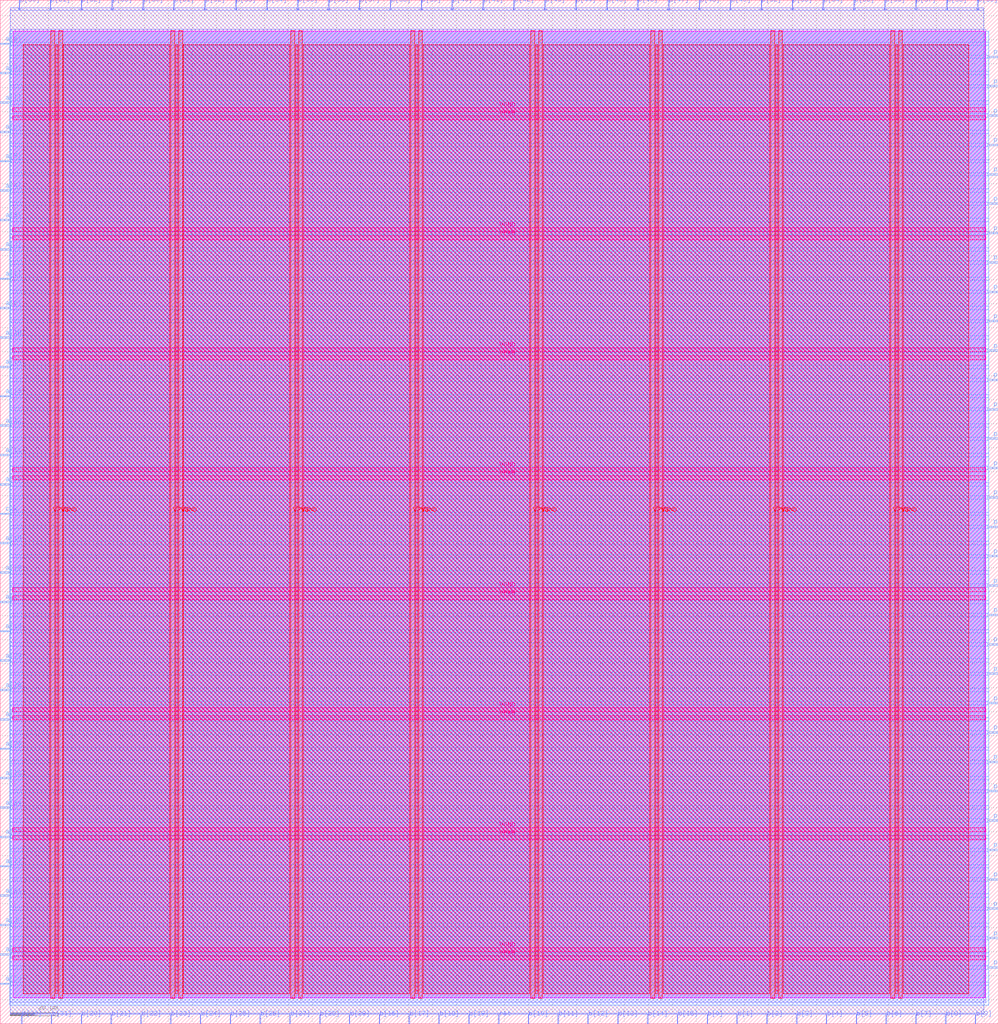
<source format=lef>
VERSION 5.7 ;
  NOWIREEXTENSIONATPIN ON ;
  DIVIDERCHAR "/" ;
  BUSBITCHARS "[]" ;
MACRO pipelined_mult
  CLASS BLOCK ;
  FOREIGN pipelined_mult ;
  ORIGIN 0.000 0.000 ;
  SIZE 415.845 BY 426.565 ;
  PIN VGND
    DIRECTION INOUT ;
    USE GROUND ;
    PORT
      LAYER met4 ;
        RECT 24.340 10.640 25.940 413.680 ;
    END
    PORT
      LAYER met4 ;
        RECT 74.340 10.640 75.940 413.680 ;
    END
    PORT
      LAYER met4 ;
        RECT 124.340 10.640 125.940 413.680 ;
    END
    PORT
      LAYER met4 ;
        RECT 174.340 10.640 175.940 413.680 ;
    END
    PORT
      LAYER met4 ;
        RECT 224.340 10.640 225.940 413.680 ;
    END
    PORT
      LAYER met4 ;
        RECT 274.340 10.640 275.940 413.680 ;
    END
    PORT
      LAYER met4 ;
        RECT 324.340 10.640 325.940 413.680 ;
    END
    PORT
      LAYER met4 ;
        RECT 374.340 10.640 375.940 413.680 ;
    END
    PORT
      LAYER met5 ;
        RECT 5.280 30.030 410.560 31.630 ;
    END
    PORT
      LAYER met5 ;
        RECT 5.280 80.030 410.560 81.630 ;
    END
    PORT
      LAYER met5 ;
        RECT 5.280 130.030 410.560 131.630 ;
    END
    PORT
      LAYER met5 ;
        RECT 5.280 180.030 410.560 181.630 ;
    END
    PORT
      LAYER met5 ;
        RECT 5.280 230.030 410.560 231.630 ;
    END
    PORT
      LAYER met5 ;
        RECT 5.280 280.030 410.560 281.630 ;
    END
    PORT
      LAYER met5 ;
        RECT 5.280 330.030 410.560 331.630 ;
    END
    PORT
      LAYER met5 ;
        RECT 5.280 380.030 410.560 381.630 ;
    END
  END VGND
  PIN VPWR
    DIRECTION INOUT ;
    USE POWER ;
    PORT
      LAYER met4 ;
        RECT 21.040 10.640 22.640 413.680 ;
    END
    PORT
      LAYER met4 ;
        RECT 71.040 10.640 72.640 413.680 ;
    END
    PORT
      LAYER met4 ;
        RECT 121.040 10.640 122.640 413.680 ;
    END
    PORT
      LAYER met4 ;
        RECT 171.040 10.640 172.640 413.680 ;
    END
    PORT
      LAYER met4 ;
        RECT 221.040 10.640 222.640 413.680 ;
    END
    PORT
      LAYER met4 ;
        RECT 271.040 10.640 272.640 413.680 ;
    END
    PORT
      LAYER met4 ;
        RECT 321.040 10.640 322.640 413.680 ;
    END
    PORT
      LAYER met4 ;
        RECT 371.040 10.640 372.640 413.680 ;
    END
    PORT
      LAYER met5 ;
        RECT 5.280 26.730 410.560 28.330 ;
    END
    PORT
      LAYER met5 ;
        RECT 5.280 76.730 410.560 78.330 ;
    END
    PORT
      LAYER met5 ;
        RECT 5.280 126.730 410.560 128.330 ;
    END
    PORT
      LAYER met5 ;
        RECT 5.280 176.730 410.560 178.330 ;
    END
    PORT
      LAYER met5 ;
        RECT 5.280 226.730 410.560 228.330 ;
    END
    PORT
      LAYER met5 ;
        RECT 5.280 276.730 410.560 278.330 ;
    END
    PORT
      LAYER met5 ;
        RECT 5.280 326.730 410.560 328.330 ;
    END
    PORT
      LAYER met5 ;
        RECT 5.280 376.730 410.560 378.330 ;
    END
  END VPWR
  PIN a[0]
    DIRECTION INPUT ;
    USE SIGNAL ;
    ANTENNAGATEAREA 0.196500 ;
    PORT
      LAYER met3 ;
        RECT 0.000 297.880 4.000 298.480 ;
    END
  END a[0]
  PIN a[10]
    DIRECTION INPUT ;
    USE SIGNAL ;
    ANTENNAGATEAREA 0.196500 ;
    PORT
      LAYER met3 ;
        RECT 0.000 224.440 4.000 225.040 ;
    END
  END a[10]
  PIN a[11]
    DIRECTION INPUT ;
    USE SIGNAL ;
    ANTENNAGATEAREA 0.196500 ;
    PORT
      LAYER met3 ;
        RECT 0.000 236.680 4.000 237.280 ;
    END
  END a[11]
  PIN a[12]
    DIRECTION INPUT ;
    USE SIGNAL ;
    ANTENNAGATEAREA 0.196500 ;
    PORT
      LAYER met3 ;
        RECT 0.000 248.920 4.000 249.520 ;
    END
  END a[12]
  PIN a[13]
    DIRECTION INPUT ;
    USE SIGNAL ;
    ANTENNAGATEAREA 0.196500 ;
    PORT
      LAYER met3 ;
        RECT 0.000 261.160 4.000 261.760 ;
    END
  END a[13]
  PIN a[14]
    DIRECTION INPUT ;
    USE SIGNAL ;
    ANTENNAGATEAREA 0.196500 ;
    PORT
      LAYER met3 ;
        RECT 0.000 273.400 4.000 274.000 ;
    END
  END a[14]
  PIN a[15]
    DIRECTION INPUT ;
    USE SIGNAL ;
    ANTENNAGATEAREA 0.196500 ;
    PORT
      LAYER met3 ;
        RECT 0.000 285.640 4.000 286.240 ;
    END
  END a[15]
  PIN a[16]
    DIRECTION INPUT ;
    USE SIGNAL ;
    ANTENNAGATEAREA 0.196500 ;
    PORT
      LAYER met3 ;
        RECT 0.000 163.240 4.000 163.840 ;
    END
  END a[16]
  PIN a[17]
    DIRECTION INPUT ;
    USE SIGNAL ;
    ANTENNAGATEAREA 0.196500 ;
    PORT
      LAYER met3 ;
        RECT 0.000 175.480 4.000 176.080 ;
    END
  END a[17]
  PIN a[18]
    DIRECTION INPUT ;
    USE SIGNAL ;
    ANTENNAGATEAREA 0.196500 ;
    PORT
      LAYER met3 ;
        RECT 0.000 187.720 4.000 188.320 ;
    END
  END a[18]
  PIN a[19]
    DIRECTION INPUT ;
    USE SIGNAL ;
    ANTENNAGATEAREA 0.196500 ;
    PORT
      LAYER met3 ;
        RECT 0.000 199.960 4.000 200.560 ;
    END
  END a[19]
  PIN a[1]
    DIRECTION INPUT ;
    USE SIGNAL ;
    ANTENNAGATEAREA 0.196500 ;
    PORT
      LAYER met3 ;
        RECT 0.000 310.120 4.000 310.720 ;
    END
  END a[1]
  PIN a[20]
    DIRECTION INPUT ;
    USE SIGNAL ;
    ANTENNAGATEAREA 0.196500 ;
    PORT
      LAYER met3 ;
        RECT 0.000 40.840 4.000 41.440 ;
    END
  END a[20]
  PIN a[21]
    DIRECTION INPUT ;
    USE SIGNAL ;
    ANTENNAGATEAREA 0.196500 ;
    PORT
      LAYER met3 ;
        RECT 0.000 53.080 4.000 53.680 ;
    END
  END a[21]
  PIN a[22]
    DIRECTION INPUT ;
    USE SIGNAL ;
    ANTENNAGATEAREA 0.196500 ;
    PORT
      LAYER met3 ;
        RECT 0.000 65.320 4.000 65.920 ;
    END
  END a[22]
  PIN a[23]
    DIRECTION INPUT ;
    USE SIGNAL ;
    ANTENNAGATEAREA 0.196500 ;
    PORT
      LAYER met3 ;
        RECT 0.000 77.560 4.000 78.160 ;
    END
  END a[23]
  PIN a[24]
    DIRECTION INPUT ;
    USE SIGNAL ;
    ANTENNAGATEAREA 0.196500 ;
    PORT
      LAYER met3 ;
        RECT 0.000 89.800 4.000 90.400 ;
    END
  END a[24]
  PIN a[25]
    DIRECTION INPUT ;
    USE SIGNAL ;
    ANTENNAGATEAREA 0.196500 ;
    PORT
      LAYER met3 ;
        RECT 0.000 102.040 4.000 102.640 ;
    END
  END a[25]
  PIN a[26]
    DIRECTION INPUT ;
    USE SIGNAL ;
    ANTENNAGATEAREA 0.196500 ;
    PORT
      LAYER met3 ;
        RECT 0.000 114.280 4.000 114.880 ;
    END
  END a[26]
  PIN a[27]
    DIRECTION INPUT ;
    USE SIGNAL ;
    ANTENNAGATEAREA 0.196500 ;
    PORT
      LAYER met3 ;
        RECT 0.000 126.520 4.000 127.120 ;
    END
  END a[27]
  PIN a[28]
    DIRECTION INPUT ;
    USE SIGNAL ;
    ANTENNAGATEAREA 0.196500 ;
    PORT
      LAYER met3 ;
        RECT 0.000 138.760 4.000 139.360 ;
    END
  END a[28]
  PIN a[29]
    DIRECTION INPUT ;
    USE SIGNAL ;
    ANTENNAGATEAREA 0.196500 ;
    PORT
      LAYER met3 ;
        RECT 0.000 151.000 4.000 151.600 ;
    END
  END a[29]
  PIN a[2]
    DIRECTION INPUT ;
    USE SIGNAL ;
    ANTENNAGATEAREA 0.196500 ;
    PORT
      LAYER met3 ;
        RECT 0.000 322.360 4.000 322.960 ;
    END
  END a[2]
  PIN a[30]
    DIRECTION INPUT ;
    USE SIGNAL ;
    ANTENNAGATEAREA 0.196500 ;
    PORT
      LAYER met3 ;
        RECT 0.000 16.360 4.000 16.960 ;
    END
  END a[30]
  PIN a[31]
    DIRECTION INPUT ;
    USE SIGNAL ;
    ANTENNAGATEAREA 0.196500 ;
    PORT
      LAYER met3 ;
        RECT 0.000 28.600 4.000 29.200 ;
    END
  END a[31]
  PIN a[3]
    DIRECTION INPUT ;
    USE SIGNAL ;
    ANTENNAGATEAREA 0.196500 ;
    PORT
      LAYER met3 ;
        RECT 0.000 334.600 4.000 335.200 ;
    END
  END a[3]
  PIN a[4]
    DIRECTION INPUT ;
    USE SIGNAL ;
    ANTENNAGATEAREA 0.196500 ;
    PORT
      LAYER met3 ;
        RECT 0.000 346.840 4.000 347.440 ;
    END
  END a[4]
  PIN a[5]
    DIRECTION INPUT ;
    USE SIGNAL ;
    ANTENNAGATEAREA 0.213000 ;
    PORT
      LAYER met3 ;
        RECT 0.000 359.080 4.000 359.680 ;
    END
  END a[5]
  PIN a[6]
    DIRECTION INPUT ;
    USE SIGNAL ;
    ANTENNAGATEAREA 0.196500 ;
    PORT
      LAYER met3 ;
        RECT 0.000 371.320 4.000 371.920 ;
    END
  END a[6]
  PIN a[7]
    DIRECTION INPUT ;
    USE SIGNAL ;
    ANTENNAGATEAREA 0.196500 ;
    PORT
      LAYER met3 ;
        RECT 0.000 383.560 4.000 384.160 ;
    END
  END a[7]
  PIN a[8]
    DIRECTION INPUT ;
    USE SIGNAL ;
    ANTENNAGATEAREA 0.196500 ;
    PORT
      LAYER met3 ;
        RECT 0.000 395.800 4.000 396.400 ;
    END
  END a[8]
  PIN a[9]
    DIRECTION INPUT ;
    USE SIGNAL ;
    ANTENNAGATEAREA 0.196500 ;
    PORT
      LAYER met3 ;
        RECT 0.000 408.040 4.000 408.640 ;
    END
  END a[9]
  PIN b[0]
    DIRECTION INPUT ;
    USE SIGNAL ;
    ANTENNAGATEAREA 0.196500 ;
    PORT
      LAYER met2 ;
        RECT 294.490 0.000 294.770 4.000 ;
    END
  END b[0]
  PIN b[10]
    DIRECTION INPUT ;
    USE SIGNAL ;
    ANTENNAGATEAREA 0.196500 ;
    PORT
      LAYER met2 ;
        RECT 219.970 0.000 220.250 4.000 ;
    END
  END b[10]
  PIN b[11]
    DIRECTION INPUT ;
    USE SIGNAL ;
    ANTENNAGATEAREA 0.196500 ;
    PORT
      LAYER met2 ;
        RECT 232.390 0.000 232.670 4.000 ;
    END
  END b[11]
  PIN b[12]
    DIRECTION INPUT ;
    USE SIGNAL ;
    ANTENNAGATEAREA 0.196500 ;
    PORT
      LAYER met2 ;
        RECT 244.810 0.000 245.090 4.000 ;
    END
  END b[12]
  PIN b[13]
    DIRECTION INPUT ;
    USE SIGNAL ;
    ANTENNAGATEAREA 0.196500 ;
    PORT
      LAYER met2 ;
        RECT 257.230 0.000 257.510 4.000 ;
    END
  END b[13]
  PIN b[14]
    DIRECTION INPUT ;
    USE SIGNAL ;
    ANTENNAGATEAREA 0.196500 ;
    PORT
      LAYER met2 ;
        RECT 269.650 0.000 269.930 4.000 ;
    END
  END b[14]
  PIN b[15]
    DIRECTION INPUT ;
    USE SIGNAL ;
    ANTENNAGATEAREA 0.196500 ;
    PORT
      LAYER met2 ;
        RECT 282.070 0.000 282.350 4.000 ;
    END
  END b[15]
  PIN b[16]
    DIRECTION INPUT ;
    USE SIGNAL ;
    ANTENNAGATEAREA 0.196500 ;
    PORT
      LAYER met2 ;
        RECT 157.870 0.000 158.150 4.000 ;
    END
  END b[16]
  PIN b[17]
    DIRECTION INPUT ;
    USE SIGNAL ;
    ANTENNAGATEAREA 0.196500 ;
    PORT
      LAYER met2 ;
        RECT 170.290 0.000 170.570 4.000 ;
    END
  END b[17]
  PIN b[18]
    DIRECTION INPUT ;
    USE SIGNAL ;
    ANTENNAGATEAREA 0.196500 ;
    PORT
      LAYER met2 ;
        RECT 182.710 0.000 182.990 4.000 ;
    END
  END b[18]
  PIN b[19]
    DIRECTION INPUT ;
    USE SIGNAL ;
    ANTENNAGATEAREA 0.196500 ;
    PORT
      LAYER met2 ;
        RECT 195.130 0.000 195.410 4.000 ;
    END
  END b[19]
  PIN b[1]
    DIRECTION INPUT ;
    USE SIGNAL ;
    ANTENNAGATEAREA 0.196500 ;
    PORT
      LAYER met2 ;
        RECT 306.910 0.000 307.190 4.000 ;
    END
  END b[1]
  PIN b[20]
    DIRECTION INPUT ;
    USE SIGNAL ;
    ANTENNAGATEAREA 0.196500 ;
    PORT
      LAYER met2 ;
        RECT 33.670 0.000 33.950 4.000 ;
    END
  END b[20]
  PIN b[21]
    DIRECTION INPUT ;
    USE SIGNAL ;
    ANTENNAGATEAREA 0.196500 ;
    PORT
      LAYER met2 ;
        RECT 46.090 0.000 46.370 4.000 ;
    END
  END b[21]
  PIN b[22]
    DIRECTION INPUT ;
    USE SIGNAL ;
    ANTENNAGATEAREA 0.196500 ;
    PORT
      LAYER met2 ;
        RECT 58.510 0.000 58.790 4.000 ;
    END
  END b[22]
  PIN b[23]
    DIRECTION INPUT ;
    USE SIGNAL ;
    ANTENNAGATEAREA 0.196500 ;
    PORT
      LAYER met2 ;
        RECT 70.930 0.000 71.210 4.000 ;
    END
  END b[23]
  PIN b[24]
    DIRECTION INPUT ;
    USE SIGNAL ;
    ANTENNAGATEAREA 0.196500 ;
    PORT
      LAYER met2 ;
        RECT 83.350 0.000 83.630 4.000 ;
    END
  END b[24]
  PIN b[25]
    DIRECTION INPUT ;
    USE SIGNAL ;
    ANTENNAGATEAREA 0.196500 ;
    PORT
      LAYER met2 ;
        RECT 95.770 0.000 96.050 4.000 ;
    END
  END b[25]
  PIN b[26]
    DIRECTION INPUT ;
    USE SIGNAL ;
    ANTENNAGATEAREA 0.196500 ;
    PORT
      LAYER met2 ;
        RECT 108.190 0.000 108.470 4.000 ;
    END
  END b[26]
  PIN b[27]
    DIRECTION INPUT ;
    USE SIGNAL ;
    ANTENNAGATEAREA 0.196500 ;
    PORT
      LAYER met2 ;
        RECT 120.610 0.000 120.890 4.000 ;
    END
  END b[27]
  PIN b[28]
    DIRECTION INPUT ;
    USE SIGNAL ;
    ANTENNAGATEAREA 0.196500 ;
    PORT
      LAYER met2 ;
        RECT 133.030 0.000 133.310 4.000 ;
    END
  END b[28]
  PIN b[29]
    DIRECTION INPUT ;
    USE SIGNAL ;
    ANTENNAGATEAREA 0.196500 ;
    PORT
      LAYER met2 ;
        RECT 145.450 0.000 145.730 4.000 ;
    END
  END b[29]
  PIN b[2]
    DIRECTION INPUT ;
    USE SIGNAL ;
    ANTENNAGATEAREA 0.196500 ;
    PORT
      LAYER met2 ;
        RECT 319.330 0.000 319.610 4.000 ;
    END
  END b[2]
  PIN b[30]
    DIRECTION INPUT ;
    USE SIGNAL ;
    ANTENNAGATEAREA 0.196500 ;
    PORT
      LAYER met2 ;
        RECT 8.830 0.000 9.110 4.000 ;
    END
  END b[30]
  PIN b[31]
    DIRECTION INPUT ;
    USE SIGNAL ;
    ANTENNAGATEAREA 0.196500 ;
    PORT
      LAYER met2 ;
        RECT 21.250 0.000 21.530 4.000 ;
    END
  END b[31]
  PIN b[3]
    DIRECTION INPUT ;
    USE SIGNAL ;
    ANTENNAGATEAREA 0.196500 ;
    PORT
      LAYER met2 ;
        RECT 331.750 0.000 332.030 4.000 ;
    END
  END b[3]
  PIN b[4]
    DIRECTION INPUT ;
    USE SIGNAL ;
    ANTENNAGATEAREA 0.196500 ;
    PORT
      LAYER met2 ;
        RECT 344.170 0.000 344.450 4.000 ;
    END
  END b[4]
  PIN b[5]
    DIRECTION INPUT ;
    USE SIGNAL ;
    ANTENNAGATEAREA 0.196500 ;
    PORT
      LAYER met2 ;
        RECT 356.590 0.000 356.870 4.000 ;
    END
  END b[5]
  PIN b[6]
    DIRECTION INPUT ;
    USE SIGNAL ;
    ANTENNAGATEAREA 0.196500 ;
    PORT
      LAYER met2 ;
        RECT 369.010 0.000 369.290 4.000 ;
    END
  END b[6]
  PIN b[7]
    DIRECTION INPUT ;
    USE SIGNAL ;
    ANTENNAGATEAREA 0.196500 ;
    PORT
      LAYER met2 ;
        RECT 381.430 0.000 381.710 4.000 ;
    END
  END b[7]
  PIN b[8]
    DIRECTION INPUT ;
    USE SIGNAL ;
    ANTENNAGATEAREA 0.196500 ;
    PORT
      LAYER met2 ;
        RECT 393.850 0.000 394.130 4.000 ;
    END
  END b[8]
  PIN b[9]
    DIRECTION INPUT ;
    USE SIGNAL ;
    ANTENNAGATEAREA 0.196500 ;
    PORT
      LAYER met2 ;
        RECT 406.270 0.000 406.550 4.000 ;
    END
  END b[9]
  PIN clk
    DIRECTION INPUT ;
    USE SIGNAL ;
    ANTENNAGATEAREA 1.286700 ;
    ANTENNADIFFAREA 0.434700 ;
    PORT
      LAYER met3 ;
        RECT 0.000 212.200 4.000 212.800 ;
    END
  END clk
  PIN p[0]
    DIRECTION OUTPUT ;
    USE SIGNAL ;
    ANTENNADIFFAREA 0.445500 ;
    PORT
      LAYER met3 ;
        RECT 411.845 292.440 415.845 293.040 ;
    END
  END p[0]
  PIN p[10]
    DIRECTION OUTPUT ;
    USE SIGNAL ;
    ANTENNADIFFAREA 0.445500 ;
    PORT
      LAYER met3 ;
        RECT 411.845 170.040 415.845 170.640 ;
    END
  END p[10]
  PIN p[11]
    DIRECTION OUTPUT ;
    USE SIGNAL ;
    ANTENNADIFFAREA 0.445500 ;
    PORT
      LAYER met3 ;
        RECT 411.845 182.280 415.845 182.880 ;
    END
  END p[11]
  PIN p[12]
    DIRECTION OUTPUT ;
    USE SIGNAL ;
    ANTENNADIFFAREA 0.445500 ;
    PORT
      LAYER met3 ;
        RECT 411.845 194.520 415.845 195.120 ;
    END
  END p[12]
  PIN p[13]
    DIRECTION OUTPUT ;
    USE SIGNAL ;
    ANTENNADIFFAREA 0.445500 ;
    PORT
      LAYER met3 ;
        RECT 411.845 206.760 415.845 207.360 ;
    END
  END p[13]
  PIN p[14]
    DIRECTION OUTPUT ;
    USE SIGNAL ;
    ANTENNADIFFAREA 0.445500 ;
    PORT
      LAYER met3 ;
        RECT 411.845 219.000 415.845 219.600 ;
    END
  END p[14]
  PIN p[15]
    DIRECTION OUTPUT ;
    USE SIGNAL ;
    ANTENNADIFFAREA 0.445500 ;
    PORT
      LAYER met3 ;
        RECT 411.845 231.240 415.845 231.840 ;
    END
  END p[15]
  PIN p[16]
    DIRECTION OUTPUT ;
    USE SIGNAL ;
    ANTENNADIFFAREA 0.445500 ;
    PORT
      LAYER met3 ;
        RECT 411.845 243.480 415.845 244.080 ;
    END
  END p[16]
  PIN p[17]
    DIRECTION OUTPUT ;
    USE SIGNAL ;
    ANTENNADIFFAREA 0.445500 ;
    PORT
      LAYER met3 ;
        RECT 411.845 255.720 415.845 256.320 ;
    END
  END p[17]
  PIN p[18]
    DIRECTION OUTPUT ;
    USE SIGNAL ;
    ANTENNADIFFAREA 0.445500 ;
    PORT
      LAYER met3 ;
        RECT 411.845 267.960 415.845 268.560 ;
    END
  END p[18]
  PIN p[19]
    DIRECTION OUTPUT ;
    USE SIGNAL ;
    ANTENNADIFFAREA 0.445500 ;
    PORT
      LAYER met3 ;
        RECT 411.845 280.200 415.845 280.800 ;
    END
  END p[19]
  PIN p[1]
    DIRECTION OUTPUT ;
    USE SIGNAL ;
    ANTENNADIFFAREA 0.445500 ;
    PORT
      LAYER met3 ;
        RECT 411.845 304.680 415.845 305.280 ;
    END
  END p[1]
  PIN p[20]
    DIRECTION OUTPUT ;
    USE SIGNAL ;
    ANTENNADIFFAREA 0.445500 ;
    PORT
      LAYER met3 ;
        RECT 411.845 47.640 415.845 48.240 ;
    END
  END p[20]
  PIN p[21]
    DIRECTION OUTPUT ;
    USE SIGNAL ;
    ANTENNADIFFAREA 0.445500 ;
    PORT
      LAYER met3 ;
        RECT 411.845 59.880 415.845 60.480 ;
    END
  END p[21]
  PIN p[22]
    DIRECTION OUTPUT ;
    USE SIGNAL ;
    ANTENNADIFFAREA 0.445500 ;
    PORT
      LAYER met3 ;
        RECT 411.845 72.120 415.845 72.720 ;
    END
  END p[22]
  PIN p[23]
    DIRECTION OUTPUT ;
    USE SIGNAL ;
    ANTENNADIFFAREA 0.445500 ;
    PORT
      LAYER met3 ;
        RECT 411.845 84.360 415.845 84.960 ;
    END
  END p[23]
  PIN p[24]
    DIRECTION OUTPUT ;
    USE SIGNAL ;
    ANTENNADIFFAREA 0.445500 ;
    PORT
      LAYER met3 ;
        RECT 411.845 96.600 415.845 97.200 ;
    END
  END p[24]
  PIN p[25]
    DIRECTION OUTPUT ;
    USE SIGNAL ;
    ANTENNADIFFAREA 0.445500 ;
    PORT
      LAYER met3 ;
        RECT 411.845 108.840 415.845 109.440 ;
    END
  END p[25]
  PIN p[26]
    DIRECTION OUTPUT ;
    USE SIGNAL ;
    ANTENNADIFFAREA 0.445500 ;
    PORT
      LAYER met3 ;
        RECT 411.845 121.080 415.845 121.680 ;
    END
  END p[26]
  PIN p[27]
    DIRECTION OUTPUT ;
    USE SIGNAL ;
    ANTENNADIFFAREA 0.445500 ;
    PORT
      LAYER met3 ;
        RECT 411.845 133.320 415.845 133.920 ;
    END
  END p[27]
  PIN p[28]
    DIRECTION OUTPUT ;
    USE SIGNAL ;
    ANTENNADIFFAREA 0.445500 ;
    PORT
      LAYER met3 ;
        RECT 411.845 145.560 415.845 146.160 ;
    END
  END p[28]
  PIN p[29]
    DIRECTION OUTPUT ;
    USE SIGNAL ;
    ANTENNADIFFAREA 0.445500 ;
    PORT
      LAYER met3 ;
        RECT 411.845 157.800 415.845 158.400 ;
    END
  END p[29]
  PIN p[2]
    DIRECTION OUTPUT ;
    USE SIGNAL ;
    ANTENNADIFFAREA 0.445500 ;
    PORT
      LAYER met3 ;
        RECT 411.845 316.920 415.845 317.520 ;
    END
  END p[2]
  PIN p[30]
    DIRECTION OUTPUT ;
    USE SIGNAL ;
    ANTENNADIFFAREA 0.445500 ;
    PORT
      LAYER met3 ;
        RECT 411.845 23.160 415.845 23.760 ;
    END
  END p[30]
  PIN p[31]
    DIRECTION OUTPUT ;
    USE SIGNAL ;
    ANTENNADIFFAREA 0.445500 ;
    PORT
      LAYER met3 ;
        RECT 411.845 35.400 415.845 36.000 ;
    END
  END p[31]
  PIN p[32]
    DIRECTION OUTPUT ;
    USE SIGNAL ;
    ANTENNADIFFAREA 0.445500 ;
    PORT
      LAYER met2 ;
        RECT 317.030 422.565 317.310 426.565 ;
    END
  END p[32]
  PIN p[33]
    DIRECTION OUTPUT ;
    USE SIGNAL ;
    ANTENNADIFFAREA 0.445500 ;
    PORT
      LAYER met2 ;
        RECT 329.910 422.565 330.190 426.565 ;
    END
  END p[33]
  PIN p[34]
    DIRECTION OUTPUT ;
    USE SIGNAL ;
    ANTENNADIFFAREA 0.445500 ;
    PORT
      LAYER met2 ;
        RECT 342.790 422.565 343.070 426.565 ;
    END
  END p[34]
  PIN p[35]
    DIRECTION OUTPUT ;
    USE SIGNAL ;
    ANTENNADIFFAREA 0.445500 ;
    PORT
      LAYER met2 ;
        RECT 355.670 422.565 355.950 426.565 ;
    END
  END p[35]
  PIN p[36]
    DIRECTION OUTPUT ;
    USE SIGNAL ;
    ANTENNADIFFAREA 0.445500 ;
    PORT
      LAYER met2 ;
        RECT 368.550 422.565 368.830 426.565 ;
    END
  END p[36]
  PIN p[37]
    DIRECTION OUTPUT ;
    USE SIGNAL ;
    ANTENNADIFFAREA 0.445500 ;
    PORT
      LAYER met2 ;
        RECT 381.430 422.565 381.710 426.565 ;
    END
  END p[37]
  PIN p[38]
    DIRECTION OUTPUT ;
    USE SIGNAL ;
    ANTENNADIFFAREA 0.445500 ;
    PORT
      LAYER met2 ;
        RECT 394.310 422.565 394.590 426.565 ;
    END
  END p[38]
  PIN p[39]
    DIRECTION OUTPUT ;
    USE SIGNAL ;
    ANTENNADIFFAREA 0.445500 ;
    PORT
      LAYER met2 ;
        RECT 407.190 422.565 407.470 426.565 ;
    END
  END p[39]
  PIN p[3]
    DIRECTION OUTPUT ;
    USE SIGNAL ;
    ANTENNADIFFAREA 0.445500 ;
    PORT
      LAYER met3 ;
        RECT 411.845 329.160 415.845 329.760 ;
    END
  END p[3]
  PIN p[40]
    DIRECTION OUTPUT ;
    USE SIGNAL ;
    ANTENNADIFFAREA 0.445500 ;
    PORT
      LAYER met2 ;
        RECT 188.230 422.565 188.510 426.565 ;
    END
  END p[40]
  PIN p[41]
    DIRECTION OUTPUT ;
    USE SIGNAL ;
    ANTENNADIFFAREA 0.445500 ;
    PORT
      LAYER met2 ;
        RECT 201.110 422.565 201.390 426.565 ;
    END
  END p[41]
  PIN p[42]
    DIRECTION OUTPUT ;
    USE SIGNAL ;
    ANTENNADIFFAREA 0.445500 ;
    PORT
      LAYER met2 ;
        RECT 213.990 422.565 214.270 426.565 ;
    END
  END p[42]
  PIN p[43]
    DIRECTION OUTPUT ;
    USE SIGNAL ;
    ANTENNADIFFAREA 0.445500 ;
    PORT
      LAYER met2 ;
        RECT 226.870 422.565 227.150 426.565 ;
    END
  END p[43]
  PIN p[44]
    DIRECTION OUTPUT ;
    USE SIGNAL ;
    ANTENNADIFFAREA 0.445500 ;
    PORT
      LAYER met2 ;
        RECT 239.750 422.565 240.030 426.565 ;
    END
  END p[44]
  PIN p[45]
    DIRECTION OUTPUT ;
    USE SIGNAL ;
    ANTENNADIFFAREA 0.445500 ;
    PORT
      LAYER met2 ;
        RECT 252.630 422.565 252.910 426.565 ;
    END
  END p[45]
  PIN p[46]
    DIRECTION OUTPUT ;
    USE SIGNAL ;
    ANTENNADIFFAREA 0.445500 ;
    PORT
      LAYER met2 ;
        RECT 265.510 422.565 265.790 426.565 ;
    END
  END p[46]
  PIN p[47]
    DIRECTION OUTPUT ;
    USE SIGNAL ;
    ANTENNADIFFAREA 0.445500 ;
    PORT
      LAYER met2 ;
        RECT 278.390 422.565 278.670 426.565 ;
    END
  END p[47]
  PIN p[48]
    DIRECTION OUTPUT ;
    USE SIGNAL ;
    ANTENNADIFFAREA 0.445500 ;
    PORT
      LAYER met2 ;
        RECT 291.270 422.565 291.550 426.565 ;
    END
  END p[48]
  PIN p[49]
    DIRECTION OUTPUT ;
    USE SIGNAL ;
    ANTENNADIFFAREA 0.445500 ;
    PORT
      LAYER met2 ;
        RECT 304.150 422.565 304.430 426.565 ;
    END
  END p[49]
  PIN p[4]
    DIRECTION OUTPUT ;
    USE SIGNAL ;
    ANTENNADIFFAREA 0.445500 ;
    PORT
      LAYER met3 ;
        RECT 411.845 341.400 415.845 342.000 ;
    END
  END p[4]
  PIN p[50]
    DIRECTION OUTPUT ;
    USE SIGNAL ;
    ANTENNADIFFAREA 0.445500 ;
    PORT
      LAYER met2 ;
        RECT 59.430 422.565 59.710 426.565 ;
    END
  END p[50]
  PIN p[51]
    DIRECTION OUTPUT ;
    USE SIGNAL ;
    ANTENNADIFFAREA 0.445500 ;
    PORT
      LAYER met2 ;
        RECT 72.310 422.565 72.590 426.565 ;
    END
  END p[51]
  PIN p[52]
    DIRECTION OUTPUT ;
    USE SIGNAL ;
    ANTENNADIFFAREA 0.445500 ;
    PORT
      LAYER met2 ;
        RECT 85.190 422.565 85.470 426.565 ;
    END
  END p[52]
  PIN p[53]
    DIRECTION OUTPUT ;
    USE SIGNAL ;
    ANTENNADIFFAREA 0.445500 ;
    PORT
      LAYER met2 ;
        RECT 98.070 422.565 98.350 426.565 ;
    END
  END p[53]
  PIN p[54]
    DIRECTION OUTPUT ;
    USE SIGNAL ;
    ANTENNADIFFAREA 0.445500 ;
    PORT
      LAYER met2 ;
        RECT 110.950 422.565 111.230 426.565 ;
    END
  END p[54]
  PIN p[55]
    DIRECTION OUTPUT ;
    USE SIGNAL ;
    ANTENNADIFFAREA 0.445500 ;
    PORT
      LAYER met2 ;
        RECT 123.830 422.565 124.110 426.565 ;
    END
  END p[55]
  PIN p[56]
    DIRECTION OUTPUT ;
    USE SIGNAL ;
    ANTENNADIFFAREA 0.445500 ;
    PORT
      LAYER met2 ;
        RECT 136.710 422.565 136.990 426.565 ;
    END
  END p[56]
  PIN p[57]
    DIRECTION OUTPUT ;
    USE SIGNAL ;
    ANTENNADIFFAREA 0.445500 ;
    PORT
      LAYER met2 ;
        RECT 149.590 422.565 149.870 426.565 ;
    END
  END p[57]
  PIN p[58]
    DIRECTION OUTPUT ;
    USE SIGNAL ;
    ANTENNADIFFAREA 0.445500 ;
    PORT
      LAYER met2 ;
        RECT 162.470 422.565 162.750 426.565 ;
    END
  END p[58]
  PIN p[59]
    DIRECTION OUTPUT ;
    USE SIGNAL ;
    ANTENNADIFFAREA 0.445500 ;
    PORT
      LAYER met2 ;
        RECT 175.350 422.565 175.630 426.565 ;
    END
  END p[59]
  PIN p[5]
    DIRECTION OUTPUT ;
    USE SIGNAL ;
    ANTENNADIFFAREA 0.445500 ;
    PORT
      LAYER met3 ;
        RECT 411.845 353.640 415.845 354.240 ;
    END
  END p[5]
  PIN p[60]
    DIRECTION OUTPUT ;
    USE SIGNAL ;
    ANTENNADIFFAREA 0.445500 ;
    PORT
      LAYER met2 ;
        RECT 7.910 422.565 8.190 426.565 ;
    END
  END p[60]
  PIN p[61]
    DIRECTION OUTPUT ;
    USE SIGNAL ;
    ANTENNADIFFAREA 0.445500 ;
    PORT
      LAYER met2 ;
        RECT 20.790 422.565 21.070 426.565 ;
    END
  END p[61]
  PIN p[62]
    DIRECTION OUTPUT ;
    USE SIGNAL ;
    ANTENNADIFFAREA 0.445500 ;
    PORT
      LAYER met2 ;
        RECT 33.670 422.565 33.950 426.565 ;
    END
  END p[62]
  PIN p[63]
    DIRECTION OUTPUT ;
    USE SIGNAL ;
    ANTENNADIFFAREA 0.445500 ;
    PORT
      LAYER met2 ;
        RECT 46.550 422.565 46.830 426.565 ;
    END
  END p[63]
  PIN p[6]
    DIRECTION OUTPUT ;
    USE SIGNAL ;
    ANTENNADIFFAREA 0.445500 ;
    PORT
      LAYER met3 ;
        RECT 411.845 365.880 415.845 366.480 ;
    END
  END p[6]
  PIN p[7]
    DIRECTION OUTPUT ;
    USE SIGNAL ;
    ANTENNADIFFAREA 0.445500 ;
    PORT
      LAYER met3 ;
        RECT 411.845 378.120 415.845 378.720 ;
    END
  END p[7]
  PIN p[8]
    DIRECTION OUTPUT ;
    USE SIGNAL ;
    ANTENNADIFFAREA 0.445500 ;
    PORT
      LAYER met3 ;
        RECT 411.845 390.360 415.845 390.960 ;
    END
  END p[8]
  PIN p[9]
    DIRECTION OUTPUT ;
    USE SIGNAL ;
    ANTENNADIFFAREA 0.445500 ;
    PORT
      LAYER met3 ;
        RECT 411.845 402.600 415.845 403.200 ;
    END
  END p[9]
  PIN rst
    DIRECTION INPUT ;
    USE SIGNAL ;
    ANTENNAGATEAREA 0.852000 ;
    PORT
      LAYER met2 ;
        RECT 207.550 0.000 207.830 4.000 ;
    END
  END rst
  OBS
      LAYER nwell ;
        RECT 5.330 10.795 410.510 413.525 ;
      LAYER li1 ;
        RECT 5.520 10.795 410.320 413.525 ;
      LAYER met1 ;
        RECT 4.210 8.880 410.620 414.420 ;
      LAYER met2 ;
        RECT 4.230 422.285 7.630 423.370 ;
        RECT 8.470 422.285 20.510 423.370 ;
        RECT 21.350 422.285 33.390 423.370 ;
        RECT 34.230 422.285 46.270 423.370 ;
        RECT 47.110 422.285 59.150 423.370 ;
        RECT 59.990 422.285 72.030 423.370 ;
        RECT 72.870 422.285 84.910 423.370 ;
        RECT 85.750 422.285 97.790 423.370 ;
        RECT 98.630 422.285 110.670 423.370 ;
        RECT 111.510 422.285 123.550 423.370 ;
        RECT 124.390 422.285 136.430 423.370 ;
        RECT 137.270 422.285 149.310 423.370 ;
        RECT 150.150 422.285 162.190 423.370 ;
        RECT 163.030 422.285 175.070 423.370 ;
        RECT 175.910 422.285 187.950 423.370 ;
        RECT 188.790 422.285 200.830 423.370 ;
        RECT 201.670 422.285 213.710 423.370 ;
        RECT 214.550 422.285 226.590 423.370 ;
        RECT 227.430 422.285 239.470 423.370 ;
        RECT 240.310 422.285 252.350 423.370 ;
        RECT 253.190 422.285 265.230 423.370 ;
        RECT 266.070 422.285 278.110 423.370 ;
        RECT 278.950 422.285 290.990 423.370 ;
        RECT 291.830 422.285 303.870 423.370 ;
        RECT 304.710 422.285 316.750 423.370 ;
        RECT 317.590 422.285 329.630 423.370 ;
        RECT 330.470 422.285 342.510 423.370 ;
        RECT 343.350 422.285 355.390 423.370 ;
        RECT 356.230 422.285 368.270 423.370 ;
        RECT 369.110 422.285 381.150 423.370 ;
        RECT 381.990 422.285 394.030 423.370 ;
        RECT 394.870 422.285 406.910 423.370 ;
        RECT 407.750 422.285 409.760 423.370 ;
        RECT 4.230 4.280 409.760 422.285 ;
        RECT 4.230 4.000 8.550 4.280 ;
        RECT 9.390 4.000 20.970 4.280 ;
        RECT 21.810 4.000 33.390 4.280 ;
        RECT 34.230 4.000 45.810 4.280 ;
        RECT 46.650 4.000 58.230 4.280 ;
        RECT 59.070 4.000 70.650 4.280 ;
        RECT 71.490 4.000 83.070 4.280 ;
        RECT 83.910 4.000 95.490 4.280 ;
        RECT 96.330 4.000 107.910 4.280 ;
        RECT 108.750 4.000 120.330 4.280 ;
        RECT 121.170 4.000 132.750 4.280 ;
        RECT 133.590 4.000 145.170 4.280 ;
        RECT 146.010 4.000 157.590 4.280 ;
        RECT 158.430 4.000 170.010 4.280 ;
        RECT 170.850 4.000 182.430 4.280 ;
        RECT 183.270 4.000 194.850 4.280 ;
        RECT 195.690 4.000 207.270 4.280 ;
        RECT 208.110 4.000 219.690 4.280 ;
        RECT 220.530 4.000 232.110 4.280 ;
        RECT 232.950 4.000 244.530 4.280 ;
        RECT 245.370 4.000 256.950 4.280 ;
        RECT 257.790 4.000 269.370 4.280 ;
        RECT 270.210 4.000 281.790 4.280 ;
        RECT 282.630 4.000 294.210 4.280 ;
        RECT 295.050 4.000 306.630 4.280 ;
        RECT 307.470 4.000 319.050 4.280 ;
        RECT 319.890 4.000 331.470 4.280 ;
        RECT 332.310 4.000 343.890 4.280 ;
        RECT 344.730 4.000 356.310 4.280 ;
        RECT 357.150 4.000 368.730 4.280 ;
        RECT 369.570 4.000 381.150 4.280 ;
        RECT 381.990 4.000 393.570 4.280 ;
        RECT 394.410 4.000 405.990 4.280 ;
        RECT 406.830 4.000 409.760 4.280 ;
      LAYER met3 ;
        RECT 3.990 409.040 411.845 413.605 ;
        RECT 4.400 407.640 411.845 409.040 ;
        RECT 3.990 403.600 411.845 407.640 ;
        RECT 3.990 402.200 411.445 403.600 ;
        RECT 3.990 396.800 411.845 402.200 ;
        RECT 4.400 395.400 411.845 396.800 ;
        RECT 3.990 391.360 411.845 395.400 ;
        RECT 3.990 389.960 411.445 391.360 ;
        RECT 3.990 384.560 411.845 389.960 ;
        RECT 4.400 383.160 411.845 384.560 ;
        RECT 3.990 379.120 411.845 383.160 ;
        RECT 3.990 377.720 411.445 379.120 ;
        RECT 3.990 372.320 411.845 377.720 ;
        RECT 4.400 370.920 411.845 372.320 ;
        RECT 3.990 366.880 411.845 370.920 ;
        RECT 3.990 365.480 411.445 366.880 ;
        RECT 3.990 360.080 411.845 365.480 ;
        RECT 4.400 358.680 411.845 360.080 ;
        RECT 3.990 354.640 411.845 358.680 ;
        RECT 3.990 353.240 411.445 354.640 ;
        RECT 3.990 347.840 411.845 353.240 ;
        RECT 4.400 346.440 411.845 347.840 ;
        RECT 3.990 342.400 411.845 346.440 ;
        RECT 3.990 341.000 411.445 342.400 ;
        RECT 3.990 335.600 411.845 341.000 ;
        RECT 4.400 334.200 411.845 335.600 ;
        RECT 3.990 330.160 411.845 334.200 ;
        RECT 3.990 328.760 411.445 330.160 ;
        RECT 3.990 323.360 411.845 328.760 ;
        RECT 4.400 321.960 411.845 323.360 ;
        RECT 3.990 317.920 411.845 321.960 ;
        RECT 3.990 316.520 411.445 317.920 ;
        RECT 3.990 311.120 411.845 316.520 ;
        RECT 4.400 309.720 411.845 311.120 ;
        RECT 3.990 305.680 411.845 309.720 ;
        RECT 3.990 304.280 411.445 305.680 ;
        RECT 3.990 298.880 411.845 304.280 ;
        RECT 4.400 297.480 411.845 298.880 ;
        RECT 3.990 293.440 411.845 297.480 ;
        RECT 3.990 292.040 411.445 293.440 ;
        RECT 3.990 286.640 411.845 292.040 ;
        RECT 4.400 285.240 411.845 286.640 ;
        RECT 3.990 281.200 411.845 285.240 ;
        RECT 3.990 279.800 411.445 281.200 ;
        RECT 3.990 274.400 411.845 279.800 ;
        RECT 4.400 273.000 411.845 274.400 ;
        RECT 3.990 268.960 411.845 273.000 ;
        RECT 3.990 267.560 411.445 268.960 ;
        RECT 3.990 262.160 411.845 267.560 ;
        RECT 4.400 260.760 411.845 262.160 ;
        RECT 3.990 256.720 411.845 260.760 ;
        RECT 3.990 255.320 411.445 256.720 ;
        RECT 3.990 249.920 411.845 255.320 ;
        RECT 4.400 248.520 411.845 249.920 ;
        RECT 3.990 244.480 411.845 248.520 ;
        RECT 3.990 243.080 411.445 244.480 ;
        RECT 3.990 237.680 411.845 243.080 ;
        RECT 4.400 236.280 411.845 237.680 ;
        RECT 3.990 232.240 411.845 236.280 ;
        RECT 3.990 230.840 411.445 232.240 ;
        RECT 3.990 225.440 411.845 230.840 ;
        RECT 4.400 224.040 411.845 225.440 ;
        RECT 3.990 220.000 411.845 224.040 ;
        RECT 3.990 218.600 411.445 220.000 ;
        RECT 3.990 213.200 411.845 218.600 ;
        RECT 4.400 211.800 411.845 213.200 ;
        RECT 3.990 207.760 411.845 211.800 ;
        RECT 3.990 206.360 411.445 207.760 ;
        RECT 3.990 200.960 411.845 206.360 ;
        RECT 4.400 199.560 411.845 200.960 ;
        RECT 3.990 195.520 411.845 199.560 ;
        RECT 3.990 194.120 411.445 195.520 ;
        RECT 3.990 188.720 411.845 194.120 ;
        RECT 4.400 187.320 411.845 188.720 ;
        RECT 3.990 183.280 411.845 187.320 ;
        RECT 3.990 181.880 411.445 183.280 ;
        RECT 3.990 176.480 411.845 181.880 ;
        RECT 4.400 175.080 411.845 176.480 ;
        RECT 3.990 171.040 411.845 175.080 ;
        RECT 3.990 169.640 411.445 171.040 ;
        RECT 3.990 164.240 411.845 169.640 ;
        RECT 4.400 162.840 411.845 164.240 ;
        RECT 3.990 158.800 411.845 162.840 ;
        RECT 3.990 157.400 411.445 158.800 ;
        RECT 3.990 152.000 411.845 157.400 ;
        RECT 4.400 150.600 411.845 152.000 ;
        RECT 3.990 146.560 411.845 150.600 ;
        RECT 3.990 145.160 411.445 146.560 ;
        RECT 3.990 139.760 411.845 145.160 ;
        RECT 4.400 138.360 411.845 139.760 ;
        RECT 3.990 134.320 411.845 138.360 ;
        RECT 3.990 132.920 411.445 134.320 ;
        RECT 3.990 127.520 411.845 132.920 ;
        RECT 4.400 126.120 411.845 127.520 ;
        RECT 3.990 122.080 411.845 126.120 ;
        RECT 3.990 120.680 411.445 122.080 ;
        RECT 3.990 115.280 411.845 120.680 ;
        RECT 4.400 113.880 411.845 115.280 ;
        RECT 3.990 109.840 411.845 113.880 ;
        RECT 3.990 108.440 411.445 109.840 ;
        RECT 3.990 103.040 411.845 108.440 ;
        RECT 4.400 101.640 411.845 103.040 ;
        RECT 3.990 97.600 411.845 101.640 ;
        RECT 3.990 96.200 411.445 97.600 ;
        RECT 3.990 90.800 411.845 96.200 ;
        RECT 4.400 89.400 411.845 90.800 ;
        RECT 3.990 85.360 411.845 89.400 ;
        RECT 3.990 83.960 411.445 85.360 ;
        RECT 3.990 78.560 411.845 83.960 ;
        RECT 4.400 77.160 411.845 78.560 ;
        RECT 3.990 73.120 411.845 77.160 ;
        RECT 3.990 71.720 411.445 73.120 ;
        RECT 3.990 66.320 411.845 71.720 ;
        RECT 4.400 64.920 411.845 66.320 ;
        RECT 3.990 60.880 411.845 64.920 ;
        RECT 3.990 59.480 411.445 60.880 ;
        RECT 3.990 54.080 411.845 59.480 ;
        RECT 4.400 52.680 411.845 54.080 ;
        RECT 3.990 48.640 411.845 52.680 ;
        RECT 3.990 47.240 411.445 48.640 ;
        RECT 3.990 41.840 411.845 47.240 ;
        RECT 4.400 40.440 411.845 41.840 ;
        RECT 3.990 36.400 411.845 40.440 ;
        RECT 3.990 35.000 411.445 36.400 ;
        RECT 3.990 29.600 411.845 35.000 ;
        RECT 4.400 28.200 411.845 29.600 ;
        RECT 3.990 24.160 411.845 28.200 ;
        RECT 3.990 22.760 411.445 24.160 ;
        RECT 3.990 17.360 411.845 22.760 ;
        RECT 4.400 15.960 411.845 17.360 ;
        RECT 3.990 7.655 411.845 15.960 ;
      LAYER met4 ;
        RECT 9.495 12.415 20.640 407.825 ;
        RECT 23.040 12.415 23.940 407.825 ;
        RECT 26.340 12.415 70.640 407.825 ;
        RECT 73.040 12.415 73.940 407.825 ;
        RECT 76.340 12.415 120.640 407.825 ;
        RECT 123.040 12.415 123.940 407.825 ;
        RECT 126.340 12.415 170.640 407.825 ;
        RECT 173.040 12.415 173.940 407.825 ;
        RECT 176.340 12.415 220.640 407.825 ;
        RECT 223.040 12.415 223.940 407.825 ;
        RECT 226.340 12.415 270.640 407.825 ;
        RECT 273.040 12.415 273.940 407.825 ;
        RECT 276.340 12.415 320.640 407.825 ;
        RECT 323.040 12.415 323.940 407.825 ;
        RECT 326.340 12.415 370.640 407.825 ;
        RECT 373.040 12.415 373.940 407.825 ;
        RECT 376.340 12.415 403.585 407.825 ;
  END
END pipelined_mult
END LIBRARY


</source>
